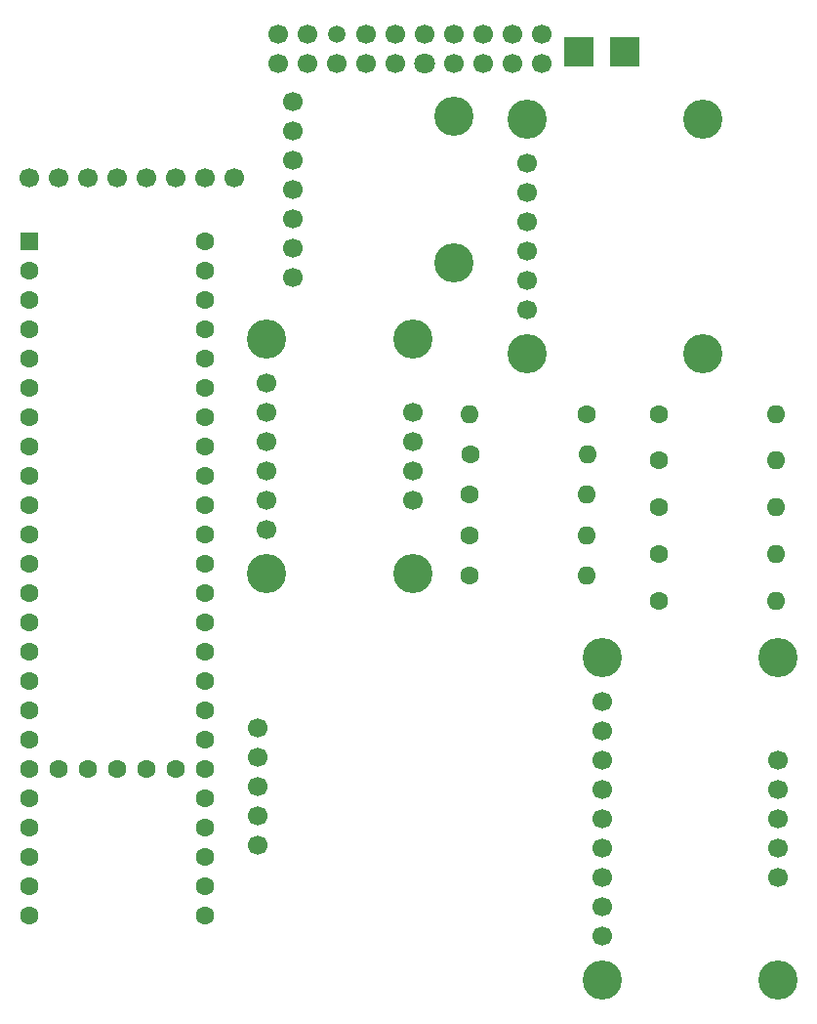
<source format=gbr>
%TF.GenerationSoftware,KiCad,Pcbnew,8.0.7-8.0.7-0~ubuntu22.04.1*%
%TF.CreationDate,2024-12-27T21:55:05+08:00*%
%TF.ProjectId,PCB IREC 2025,50434220-4952-4454-9320-323032352e6b,rev?*%
%TF.SameCoordinates,Original*%
%TF.FileFunction,Soldermask,Bot*%
%TF.FilePolarity,Negative*%
%FSLAX46Y46*%
G04 Gerber Fmt 4.6, Leading zero omitted, Abs format (unit mm)*
G04 Created by KiCad (PCBNEW 8.0.7-8.0.7-0~ubuntu22.04.1) date 2024-12-27 21:55:05*
%MOMM*%
%LPD*%
G01*
G04 APERTURE LIST*
%ADD10C,1.700000*%
%ADD11C,1.800000*%
%ADD12C,1.500000*%
%ADD13C,3.400000*%
%ADD14C,1.600000*%
%ADD15O,1.600000X1.600000*%
%ADD16R,2.500000X2.500000*%
%ADD17R,1.600000X1.600000*%
G04 APERTURE END LIST*
D10*
%TO.C,DS1307*%
X147535000Y-110685000D03*
X147535000Y-113225000D03*
X147535000Y-115765000D03*
X147535000Y-118305000D03*
X147535000Y-120845000D03*
%TD*%
%TO.C,Component_Breakout1*%
X149370000Y-53140000D03*
X151910000Y-53140000D03*
X154450000Y-53140000D03*
X156990000Y-53140000D03*
X159530000Y-53140000D03*
D11*
X162070000Y-53140000D03*
D10*
X164610000Y-53140000D03*
X167150000Y-53140000D03*
X169690000Y-53140000D03*
X172230000Y-53140000D03*
X149370000Y-50600000D03*
X151910000Y-50600000D03*
D12*
X154450000Y-50600000D03*
D10*
X156990000Y-50600000D03*
X159530000Y-50600000D03*
X162070000Y-50600000D03*
X164610000Y-50600000D03*
X167150000Y-50600000D03*
X169690000Y-50600000D03*
X172230000Y-50600000D03*
%TD*%
%TO.C,MPU6050*%
X127760000Y-63000000D03*
X130300000Y-63000000D03*
X132840000Y-63000000D03*
X135380000Y-63000000D03*
X137920000Y-63000000D03*
X140460000Y-63000000D03*
X143000000Y-63000000D03*
X145540000Y-63000000D03*
%TD*%
%TO.C,BMP280*%
X150615000Y-56480000D03*
X150615000Y-59020000D03*
X150615000Y-61560000D03*
X150615000Y-64100000D03*
X150615000Y-66640000D03*
X150615000Y-69180000D03*
X150615000Y-71720000D03*
D13*
X164585000Y-57750000D03*
X164585000Y-70450000D03*
%TD*%
D10*
%TO.C,INA219*%
X170980000Y-61750000D03*
X170980000Y-64290000D03*
X170980000Y-66830000D03*
X170980000Y-69370000D03*
X170980000Y-71910000D03*
X170980000Y-74450000D03*
D13*
X170980000Y-78260000D03*
X170980000Y-57940000D03*
X186220000Y-57940000D03*
X186220000Y-78260000D03*
%TD*%
D10*
%TO.C,LSM9DS1*%
X177500000Y-108420000D03*
X177500000Y-110960000D03*
X177500000Y-113500000D03*
X177500000Y-116040000D03*
X177500000Y-118580000D03*
X177500000Y-121120000D03*
X177500000Y-123660000D03*
X177500000Y-126200000D03*
X177500000Y-128740000D03*
X192740000Y-113500000D03*
X192740000Y-116040000D03*
X192740000Y-118580000D03*
X192740000Y-121120000D03*
X192740000Y-123660000D03*
D13*
X177500000Y-104610000D03*
X192740000Y-104610000D03*
X177500000Y-132550000D03*
X192740000Y-132550000D03*
%TD*%
D14*
%TO.C,SDA1*%
X182340000Y-87550000D03*
D15*
X192500000Y-87550000D03*
%TD*%
D14*
%TO.C,SDA0*%
X182340000Y-83500000D03*
D15*
X192500000Y-83500000D03*
%TD*%
D14*
%TO.C,RX1*%
X176080000Y-83500000D03*
D15*
X165920000Y-83500000D03*
%TD*%
D14*
%TO.C,TX1*%
X182340000Y-95650000D03*
D15*
X192500000Y-95650000D03*
%TD*%
D16*
%TO.C,5V1*%
X175410000Y-52100000D03*
%TD*%
D14*
%TO.C,SDA2*%
X182340000Y-91600000D03*
D15*
X192500000Y-91600000D03*
%TD*%
D10*
%TO.C,ADXL375*%
X148300000Y-80840000D03*
X148300000Y-83380000D03*
X148300000Y-85920000D03*
X148300000Y-88460000D03*
X148300000Y-91000000D03*
X148300000Y-93540000D03*
X161000000Y-83380000D03*
X161000000Y-85920000D03*
X161000000Y-88460000D03*
X161000000Y-91000000D03*
D13*
X148300000Y-77030000D03*
X161000000Y-77030000D03*
X161000000Y-97350000D03*
X148300000Y-97350000D03*
%TD*%
D14*
%TO.C,TX2*%
X182340000Y-99700000D03*
D15*
X192500000Y-99700000D03*
%TD*%
D16*
%TO.C,GND1*%
X179410000Y-52100000D03*
%TD*%
D14*
%TO.C,RX2*%
X166000000Y-87000000D03*
D15*
X176160000Y-87000000D03*
%TD*%
D14*
%TO.C,SCL0*%
X165920000Y-90500000D03*
D15*
X176080000Y-90500000D03*
%TD*%
D14*
%TO.C,SCL2*%
X165920000Y-97500000D03*
D15*
X176080000Y-97500000D03*
%TD*%
D14*
%TO.C,SCL1*%
X165920000Y-94000000D03*
D15*
X176080000Y-94000000D03*
%TD*%
D17*
%TO.C,U1*%
X127760000Y-68580000D03*
D14*
X127760000Y-71120000D03*
X127760000Y-73660000D03*
X127760000Y-76200000D03*
X127760000Y-78740000D03*
X127760000Y-81280000D03*
X127760000Y-83820000D03*
X127760000Y-86360000D03*
X127760000Y-88900000D03*
X127760000Y-91440000D03*
X127760000Y-93980000D03*
X127760000Y-96520000D03*
X127760000Y-99060000D03*
X127760000Y-101600000D03*
X127760000Y-104140000D03*
X127760000Y-106680000D03*
X127760000Y-109220000D03*
X127760000Y-111760000D03*
X127760000Y-114300000D03*
X127760000Y-116840000D03*
X127760000Y-119380000D03*
X127760000Y-121920000D03*
X127760000Y-124460000D03*
X127760000Y-127000000D03*
X143000000Y-127000000D03*
X143000000Y-124460000D03*
X143000000Y-121920000D03*
X143000000Y-119380000D03*
X143000000Y-116840000D03*
X143000000Y-114300000D03*
X143000000Y-111760000D03*
X143000000Y-109220000D03*
X143000000Y-106680000D03*
X143000000Y-104140000D03*
X143000000Y-101600000D03*
X143000000Y-99060000D03*
X143000000Y-96520000D03*
X143000000Y-93980000D03*
X143000000Y-91440000D03*
X143000000Y-88900000D03*
X143000000Y-86360000D03*
X143000000Y-83820000D03*
X143000000Y-81280000D03*
X143000000Y-78740000D03*
X143000000Y-76200000D03*
X143000000Y-73660000D03*
X143000000Y-71120000D03*
X143000000Y-68580000D03*
X130300000Y-114300000D03*
X132840000Y-114300000D03*
X135380000Y-114300000D03*
X137920000Y-114300000D03*
X140460000Y-114300000D03*
%TD*%
M02*

</source>
